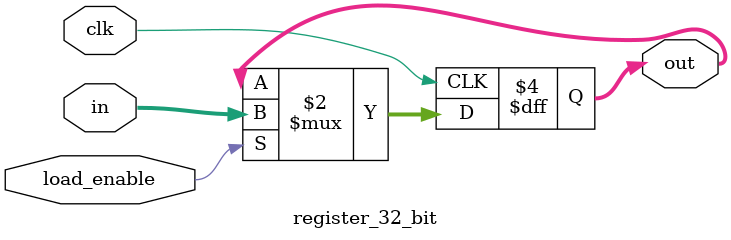
<source format=v>
module register_32_bit(output reg[31:0] out,
                       input[31:0] in,
                       input load_enable,
                       clk);

always @(posedge clk)
    if (load_enable) out <= in;
endmodule

</source>
